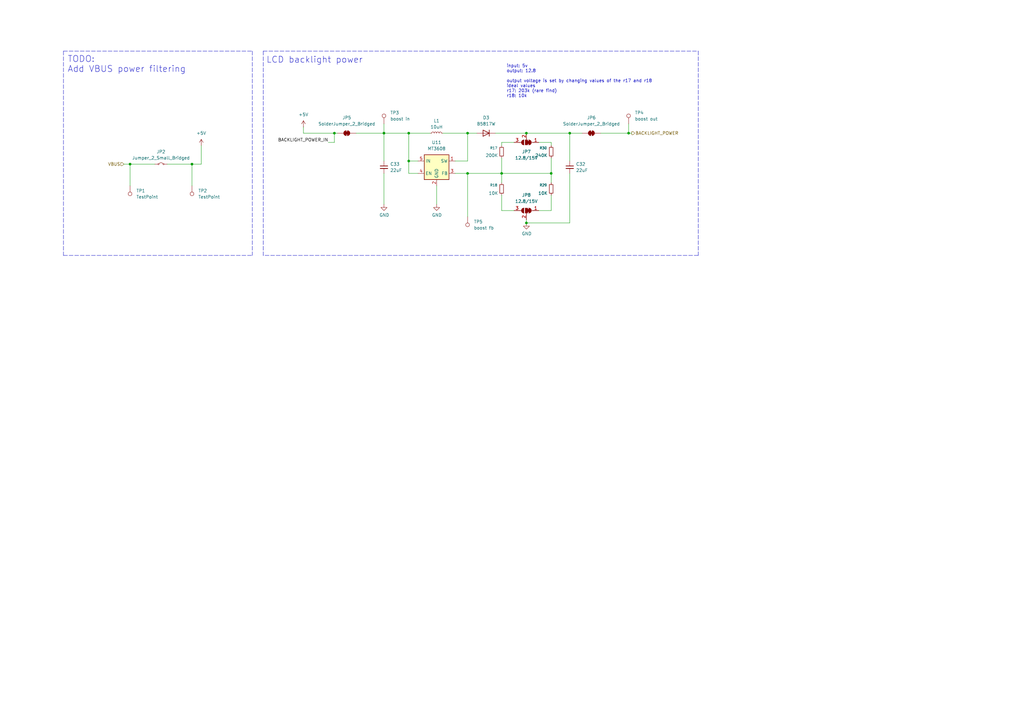
<source format=kicad_sch>
(kicad_sch (version 20250114) (generator "eeschema") (generator_version "9.0")
  (paper "A3")
  (title_block (title "Wall Panel") (date "2026-02-02") (rev "v0.3") (company "dotstar.tech") (comment 1 "designed by Grigorii Merkushev (aka brushknight)") (comment 2 "brushknight.com"))
  (lib_symbols
    (symbol "Connector:TestPoint" (pin_numbers (hide yes)) (pin_names (offset 0.762) (hide yes))
      (property "Reference" "TP" (at 0 6.858 0))
      (property "Value" "TestPoint" (at 0 5.08 0))
      (symbol "TestPoint_0_1"
        (circle (center 0 3.302) (radius 0.762))
      )
      (symbol "TestPoint_1_1"
        (pin passive line (at 0 0 90) (length 2.54) (name "1") (number "1"))
      )
    )
    (symbol "Device:C_Small" (pin_numbers (hide yes)) (pin_names (offset 0.254) (hide yes))
      (property "Reference" "C" (at 0.254 1.778 0))
      (property "Value" "C_Small" (at 0.254 -2.032 0))
      (symbol "C_Small_0_1"
        (polyline (pts (xy -1.524 0.508) (xy 1.524 0.508)) (stroke (width 0.3048)))
        (polyline (pts (xy -1.524 -0.508) (xy 1.524 -0.508)) (stroke (width 0.3302)))
      )
      (symbol "C_Small_1_1"
        (pin passive line (at 0 2.54 270) (length 2.032) (name "~") (number "1"))
        (pin passive line (at 0 -2.54 90) (length 2.032) (name "~") (number "2"))
      )
    )
    (symbol "Device:D" (pin_numbers (hide yes)) (pin_names (offset 1.016) (hide yes))
      (property "Reference" "D" (at 0 2.54 0))
      (property "Value" "D" (at 0 -2.54 0))
      (symbol "D_0_1"
        (polyline (pts (xy -1.27 1.27) (xy -1.27 -1.27)) (stroke (width 0.254)))
        (polyline (pts (xy 1.27 1.27) (xy 1.27 -1.27) (xy -1.27 0) (xy 1.27 1.27)) (stroke (width 0.254)))
        (polyline (pts (xy 1.27 0) (xy -1.27 0)))
      )
      (symbol "D_1_1"
        (pin passive line (at -3.81 0 0) (length 2.54) (name "K") (number "1"))
        (pin passive line (at 3.81 0 180) (length 2.54) (name "A") (number "2"))
      )
    )
    (symbol "Device:L_Small" (pin_numbers (hide yes)) (pin_names (offset 0.254) (hide yes))
      (property "Reference" "L" (at 0.762 1.016 0))
      (property "Value" "L_Small" (at 0.762 -1.016 0))
      (symbol "L_Small_0_1"
        (arc (start 0 2.032) (mid 0.5058 1.524) (end 0 1.016))
        (arc (start 0 1.016) (mid 0.5058 0.508) (end 0 0))
        (arc (start 0 0) (mid 0.5058 -0.508) (end 0 -1.016))
        (arc (start 0 -1.016) (mid 0.5058 -1.524) (end 0 -2.032))
      )
      (symbol "L_Small_1_1"
        (pin passive line (at 0 2.54 270) (length 0.508) (name "~") (number "1"))
        (pin passive line (at 0 -2.54 90) (length 0.508) (name "~") (number "2"))
      )
    )
    (symbol "Device:R_Small" (pin_numbers (hide yes)) (pin_names (offset 0.254) (hide yes))
      (property "Reference" "R" (at 0 0 90))
      (property "Value" "R_Small" (at 1.778 0 90))
      (symbol "R_Small_0_1"
        (rectangle (start -0.762 1.778) (end 0.762 -1.778) (stroke (width 0.2032)))
      )
      (symbol "R_Small_1_1"
        (pin passive line (at 0 2.54 270) (length 0.762) (name "~") (number "1"))
        (pin passive line (at 0 -2.54 90) (length 0.762) (name "~") (number "2"))
      )
    )
    (symbol "Jumper:Jumper_2_Small_Bridged" (pin_numbers (hide yes)) (pin_names (offset 0) (hide yes))
      (property "Reference" "JP" (at 0 2.032 0))
      (property "Value" "Jumper_2_Small_Bridged" (at 0 -2.286 0))
      (symbol "Jumper_2_Small_Bridged_0_0"
        (circle (center -1.016 0) (radius 0.254))
        (circle (center 1.016 0) (radius 0.254))
      )
      (symbol "Jumper_2_Small_Bridged_0_1"
        (arc (start -0.762 0.254) (mid 0 0.5696) (end 0.762 0.254))
      )
      (symbol "Jumper_2_Small_Bridged_1_1"
        (pin passive line (at -2.54 0 0) (length 1.27) (name "A") (number "1"))
        (pin passive line (at 2.54 0 180) (length 1.27) (name "B") (number "2"))
      )
    )
    (symbol "Jumper:SolderJumper_2_Bridged" (pin_numbers (hide yes)) (pin_names (offset 0) (hide yes)) (in_bom no)
      (property "Reference" "JP" (at 0 2.032 0))
      (property "Value" "SolderJumper_2_Bridged" (at 0 -2.54 0))
      (symbol "SolderJumper_2_Bridged_0_1"
        (rectangle (start -0.508 0.508) (end 0.508 -0.508) (fill (type outline)))
        (polyline (pts (xy -0.254 1.016) (xy -0.254 -1.016)))
        (arc (start -0.254 -1.016) (mid -1.2656 0) (end -0.254 1.016))
        (arc (start -0.254 -1.016) (mid -1.2656 0) (end -0.254 1.016) (fill (type outline)))
        (arc (start 0.254 1.016) (mid 1.2656 0) (end 0.254 -1.016))
        (arc (start 0.254 1.016) (mid 1.2656 0) (end 0.254 -1.016) (fill (type outline)))
        (polyline (pts (xy 0.254 1.016) (xy 0.254 -1.016)))
      )
      (symbol "SolderJumper_2_Bridged_1_1"
        (pin passive line (at -3.81 0 0) (length 2.54) (name "A") (number "1"))
        (pin passive line (at 3.81 0 180) (length 2.54) (name "B") (number "2"))
      )
    )
    (symbol "Jumper:SolderJumper_3_Bridged12" (pin_names (offset 0) (hide yes)) (in_bom no)
      (property "Reference" "JP" (at -2.54 -2.54 0))
      (property "Value" "SolderJumper_3_Bridged12" (at 0 2.794 0))
      (symbol "SolderJumper_3_Bridged12_0_1"
        (polyline (pts (xy -2.54 0) (xy -2.032 0)))
        (polyline (pts (xy -1.016 1.016) (xy -1.016 -1.016)))
        (rectangle (start -1.016 0.508) (end -0.508 -0.508) (fill (type outline)))
        (arc (start -1.016 -1.016) (mid -2.0276 0) (end -1.016 1.016))
        (arc (start -1.016 -1.016) (mid -2.0276 0) (end -1.016 1.016) (fill (type outline)))
        (rectangle (start -0.508 1.016) (end 0.508 -1.016) (fill (type outline)))
        (polyline (pts (xy 0 -1.27) (xy 0 -1.016)))
        (arc (start 1.016 1.016) (mid 2.0276 0) (end 1.016 -1.016))
        (arc (start 1.016 1.016) (mid 2.0276 0) (end 1.016 -1.016) (fill (type outline)))
        (polyline (pts (xy 1.016 1.016) (xy 1.016 -1.016)))
        (polyline (pts (xy 2.54 0) (xy 2.032 0)))
      )
      (symbol "SolderJumper_3_Bridged12_1_1"
        (pin passive line (at -5.08 0 0) (length 2.54) (name "A") (number "1"))
        (pin passive line (at 0 -3.81 90) (length 2.54) (name "C") (number "2"))
        (pin passive line (at 5.08 0 180) (length 2.54) (name "B") (number "3"))
      )
    )
    (symbol "Regulator_Switching:MT3608"
      (property "Reference" "U" (at -2.54 8.89 0))
      (property "Value" "MT3608" (at -3.81 6.35 0))
      (symbol "MT3608_0_1"
        (rectangle (start -5.08 5.08) (end 5.08 -5.08) (stroke (width 0.254)) (fill (type background)))
      )
      (symbol "MT3608_1_1"
        (pin power_in line (at -7.62 2.54 0) (length 2.54) (name "IN") (number "5"))
        (pin input line (at -7.62 -2.54 0) (length 2.54) (name "EN") (number "4"))
        (pin power_in line (at 0 -7.62 90) (length 2.54) (name "GND") (number "2"))
        (pin no_connect line (at 5.08 0 180) (length 2.54) (hide yes) (name "NC") (number "6"))
        (pin passive line (at 7.62 2.54 180) (length 2.54) (name "SW") (number "1"))
        (pin input line (at 7.62 -2.54 180) (length 2.54) (name "FB") (number "3"))
      )
    )
    (symbol "power:+5V" (power) (pin_numbers (hide yes)) (pin_names (offset 0) (hide yes))
      (property "Value" "+5V" (at 0 3.556 0))
      (symbol "+5V_0_1"
        (polyline (pts (xy -0.762 1.27) (xy 0 2.54)))
        (polyline (pts (xy 0 2.54) (xy 0.762 1.27)))
        (polyline (pts (xy 0 0) (xy 0 2.54)))
      )
      (symbol "+5V_1_1"
        (pin power_in line (at 0 0 90) (length 0) (name "~") (number "1"))
      )
    )
    (symbol "power:GND" (power) (pin_names (offset 0))
      (property "Value" "GND" (at 0 -3.81 0))
      (symbol "GND_0_1"
        (polyline (pts (xy 0 0) (xy 0 -1.27) (xy 1.27 -1.27) (xy 0 -2.54) (xy -1.27 -1.27) (xy 0 -1.27)))
      )
      (symbol "GND_1_1"
        (pin power_in line (at 0 0 270) (length 0) (hide yes) (name "GND") (number "1"))
      )
    )
  )
  (text "input: 5v\noutput: 12.8\n\noutput voltage is set by changing values of the r17 and r18\nideal values\nr17: 203k (rare find)\nr18: 10k" (at 207.772 26.416 0) (effects (font (size 1.27 1.27)) (justify left top)))
  (text "TODO:\nAdd VBUS power filtering " (at 27.686 22.86 0) (effects (font (size 2.54 2.54)) (justify left top)))
  (text "LCD backlight power" (at 129.032 24.638 0) (effects (font (size 2.54 2.54))))
  (junction (at 226.06 71.12))
  (junction (at 215.9 54.61))
  (junction (at 167.64 66.04))
  (junction (at 78.74 67.31))
  (junction (at 53.34 67.31))
  (junction (at 191.77 71.12))
  (junction (at 215.9 91.44))
  (junction (at 167.64 54.61))
  (junction (at 157.48 54.61))
  (junction (at 257.81 54.61))
  (junction (at 205.74 71.12))
  (junction (at 191.77 54.61))
  (junction (at 137.16 54.61))
  (junction (at 233.68 54.61))
  (wire (pts (xy 233.68 91.44) (xy 215.9 91.44)))
  (wire (pts (xy 157.48 71.12) (xy 157.48 83.82)))
  (wire (pts (xy 191.77 71.12) (xy 205.74 71.12)))
  (wire (pts (xy 233.68 54.61) (xy 238.76 54.61)))
  (wire (pts (xy 124.46 54.61) (xy 137.16 54.61)))
  (wire (pts (xy 78.74 67.31) (xy 68.58 67.31)))
  (wire (pts (xy 226.06 80.01) (xy 226.06 86.36)))
  (wire (pts (xy 179.07 76.2) (xy 179.07 83.82)))
  (wire (pts (xy 137.16 58.42) (xy 137.16 54.61)))
  (wire (pts (xy 226.06 71.12) (xy 226.06 74.93)))
  (wire (pts (xy 210.82 86.36) (xy 205.74 86.36)))
  (wire (pts (xy 53.34 67.31) (xy 53.34 76.2)))
  (wire (pts (xy 157.48 50.8) (xy 157.48 54.61)))
  (wire (pts (xy 53.34 67.31) (xy 63.5 67.31)))
  (wire (pts (xy 205.74 71.12) (xy 205.74 74.93)))
  (wire (pts (xy 215.9 90.17) (xy 215.9 91.44)))
  (wire (pts (xy 157.48 54.61) (xy 167.64 54.61)))
  (wire (pts (xy 146.05 54.61) (xy 157.48 54.61)))
  (polyline (pts (xy 26.035 20.955) (xy 103.505 20.955)) (stroke (width 0) (type dash)))
  (wire (pts (xy 246.38 54.61) (xy 257.81 54.61)))
  (wire (pts (xy 233.68 54.61) (xy 233.68 66.04)))
  (wire (pts (xy 215.9 54.61) (xy 233.68 54.61)))
  (wire (pts (xy 205.74 80.01) (xy 205.74 86.36)))
  (wire (pts (xy 82.55 67.31) (xy 78.74 67.31)))
  (wire (pts (xy 50.8 67.31) (xy 53.34 67.31)))
  (wire (pts (xy 226.06 64.77) (xy 226.06 71.12)))
  (wire (pts (xy 137.16 54.61) (xy 138.43 54.61)))
  (wire (pts (xy 210.82 58.42) (xy 205.74 58.42)))
  (wire (pts (xy 186.69 66.04) (xy 191.77 66.04)))
  (wire (pts (xy 124.46 52.07) (xy 124.46 54.61)))
  (polyline (pts (xy 26.035 104.775) (xy 103.505 104.775)) (stroke (width 0) (type dash)))
  (wire (pts (xy 191.77 66.04) (xy 191.77 54.61)))
  (wire (pts (xy 233.68 71.12) (xy 233.68 91.44)))
  (wire (pts (xy 257.81 50.8) (xy 257.81 54.61)))
  (polyline (pts (xy 286.385 20.955) (xy 286.385 104.775)) (stroke (width 0) (type dash)))
  (wire (pts (xy 134.62 58.42) (xy 137.16 58.42)))
  (wire (pts (xy 205.74 71.12) (xy 226.06 71.12)))
  (wire (pts (xy 220.98 58.42) (xy 226.06 58.42)))
  (wire (pts (xy 181.61 54.61) (xy 191.77 54.61)))
  (wire (pts (xy 171.45 71.12) (xy 167.64 71.12)))
  (wire (pts (xy 82.55 59.69) (xy 82.55 67.31)))
  (polyline (pts (xy 103.505 20.955) (xy 103.505 104.775)) (stroke (width 0) (type dash)))
  (wire (pts (xy 78.74 67.31) (xy 78.74 76.2)))
  (wire (pts (xy 205.74 64.77) (xy 205.74 71.12)))
  (wire (pts (xy 257.81 54.61) (xy 259.08 54.61)))
  (wire (pts (xy 205.74 58.42) (xy 205.74 59.69)))
  (polyline (pts (xy 107.95 20.955) (xy 107.95 104.775)) (stroke (width 0) (type dash)))
  (wire (pts (xy 167.64 54.61) (xy 176.53 54.61)))
  (wire (pts (xy 191.77 54.61) (xy 195.58 54.61)))
  (wire (pts (xy 167.64 66.04) (xy 167.64 54.61)))
  (wire (pts (xy 191.77 71.12) (xy 191.77 88.9)))
  (wire (pts (xy 186.69 71.12) (xy 191.77 71.12)))
  (wire (pts (xy 220.98 86.36) (xy 226.06 86.36)))
  (polyline (pts (xy 107.95 20.955) (xy 286.385 20.955)) (stroke (width 0) (type dash)))
  (wire (pts (xy 203.2 54.61) (xy 215.9 54.61)))
  (wire (pts (xy 171.45 66.04) (xy 167.64 66.04)))
  (wire (pts (xy 226.06 58.42) (xy 226.06 59.69)))
  (polyline (pts (xy 26.035 20.955) (xy 26.035 104.775)) (stroke (width 0) (type dash)))
  (wire (pts (xy 167.64 66.04) (xy 167.64 71.12)))
  (wire (pts (xy 157.48 54.61) (xy 157.48 66.04)))
  (polyline (pts (xy 286.385 104.775) (xy 107.95 104.775)) (stroke (width 0) (type dash)))
  (label "BACKLIGHT_POWER_IN" (at 134.62 58.42 180))
  (hierarchical_label "BACKLIGHT_POWER" (shape output) (at 259.08 54.61 0))
  (hierarchical_label "VBUS" (shape input) (at 50.8 67.31 180))
  (symbol (lib_id "Jumper:Jumper_2_Small_Bridged") (at 66.04 67.31 0) (unit 1)
    (property "Reference" "JP2" (at 66.04 62.23 0))
    (property "Value" "Jumper_2_Small_Bridged" (at 66.04 64.77 0))
    (property "Footprint" "Jumper:SolderJumper-2_P1.3mm_Bridged2Bar_Pad1.0x1.5mm" (effects (hide yes)))
    (property "Description" "Jumper, 2-pole, small symbol, bridged" (effects (hide yes)))
  )
  (symbol (lib_id "Device:C_Small") (at 233.68 68.58 0) (unit 1)
    (property "Reference" "C32" (at 236.22 67.3162 0) (effects (justify left)))
    (property "Value" "22uF" (at 236.22 69.8562 0) (effects (justify left)))
    (property "Footprint" "Capacitor_SMD:C_0805_2012Metric" (effects (hide yes)))
    (property "Description" "Unpolarized capacitor, small symbol" (effects (hide yes)))
    (property "LCSC" "C5674" (effects (hide yes)))
  )
  (symbol (lib_id "power:+5V") (at 124.46 52.07 0) (unit 1)
    (property "Reference" "#PWR063" (effects (hide yes)))
    (property "Value" "+5V" (at 124.46 46.99 0))
    (property "Description" "Power symbol creates a global label with name \"+5V\"" (effects (hide yes)))
  )
  (symbol (lib_id "Device:R_Small") (at 226.06 77.47 180) (unit 1)
    (property "Reference" "R29" (at 221.234 75.946 0) (effects (font (size 1.016 1.016)) (justify right)))
    (property "Value" "10K" (at 220.726 79.248 0) (effects (justify right)))
    (property "Footprint" "Resistor_SMD:R_0402_1005Metric" (effects (hide yes)))
    (property "Description" "Resistor, small symbol" (effects (hide yes)))
    (property "LCSC" "C25744" (effects (hide yes)))
  )
  (symbol (lib_id "Jumper:SolderJumper_3_Bridged12") (at 215.9 86.36 0) (mirror y) (unit 1) (in_bom no)
    (property "Reference" "JP8" (at 215.9 80.01 0))
    (property "Value" "12.8/15V" (at 215.9 82.55 0))
    (property "Footprint" "Jumper:SolderJumper-3_P1.3mm_Bridged12_Pad1.0x1.5mm" (effects (hide yes)))
    (property "Description" "3-pole Solder Jumper, pins 1+2 closed/bridged" (effects (hide yes)))
  )
  (symbol (lib_id "Connector:TestPoint") (at 78.74 76.2 180) (unit 1) (in_bom no)
    (property "Reference" "TP2" (at 81.28 78.2319 0) (effects (justify right)))
    (property "Value" "TestPoint" (at 81.28 80.7719 0) (effects (justify right)))
    (property "Footprint" "TestPoint:TestPoint_Pad_D1.5mm" (effects (hide yes)))
    (property "Description" "test point" (effects (hide yes)))
  )
  (symbol (lib_id "power:GND") (at 157.48 83.82 0) (unit 1)
    (property "Reference" "#PWR057" (effects (hide yes)))
    (property "Value" "GND" (at 157.607 88.2142 0))
  )
  (symbol (lib_id "Connector:TestPoint") (at 53.34 76.2 180) (unit 1) (in_bom no)
    (property "Reference" "TP1" (at 55.88 78.2319 0) (effects (justify right)))
    (property "Value" "TestPoint" (at 55.88 80.7719 0) (effects (justify right)))
    (property "Footprint" "TestPoint:TestPoint_Pad_D1.5mm" (effects (hide yes)))
    (property "Description" "test point" (effects (hide yes)))
  )
  (symbol (lib_id "Device:R_Small") (at 226.06 62.23 180) (unit 1)
    (property "Reference" "R30" (at 221.234 60.706 0) (effects (font (size 1.016 1.016)) (justify right)))
    (property "Value" "240K" (at 219.456 63.754 0) (effects (justify right)))
    (property "Footprint" "Resistor_SMD:R_0402_1005Metric" (effects (hide yes)))
    (property "Description" "Resistor, small symbol" (effects (hide yes)))
    (property "LCSC" "C64043" (effects (hide yes)))
  )
  (symbol (lib_id "Device:R_Small") (at 205.74 62.23 180) (unit 1)
    (property "Reference" "R17" (at 200.914 60.706 0) (effects (font (size 1.016 1.016)) (justify right)))
    (property "Value" "200K" (at 199.136 63.754 0) (effects (justify right)))
    (property "Footprint" "Resistor_SMD:R_0402_1005Metric" (effects (hide yes)))
    (property "Description" "Resistor, small symbol" (effects (hide yes)))
    (property "LCSC" "C25764" (effects (hide yes)))
  )
  (symbol (lib_id "Jumper:SolderJumper_2_Bridged") (at 242.57 54.61 0) (unit 1) (in_bom no)
    (property "Reference" "JP6" (at 242.57 48.26 0))
    (property "Value" "SolderJumper_2_Bridged" (at 242.57 50.8 0))
    (property "Footprint" "Jumper:SolderJumper-2_P1.3mm_Bridged2Bar_Pad1.0x1.5mm" (effects (hide yes)))
    (property "Description" "Solder Jumper, 2-pole, closed/bridged" (effects (hide yes)))
  )
  (symbol (lib_id "Jumper:SolderJumper_2_Bridged") (at 142.24 54.61 0) (unit 1) (in_bom no)
    (property "Reference" "JP5" (at 142.24 48.26 0))
    (property "Value" "SolderJumper_2_Bridged" (at 142.24 50.8 0))
    (property "Footprint" "Jumper:SolderJumper-2_P1.3mm_Bridged2Bar_Pad1.0x1.5mm" (effects (hide yes)))
    (property "Description" "Solder Jumper, 2-pole, closed/bridged" (effects (hide yes)))
  )
  (symbol (lib_id "Device:R_Small") (at 205.74 77.47 180) (unit 1)
    (property "Reference" "R18" (at 200.914 75.946 0) (effects (font (size 1.016 1.016)) (justify right)))
    (property "Value" "10K" (at 200.406 79.248 0) (effects (justify right)))
    (property "Footprint" "Resistor_SMD:R_0402_1005Metric" (effects (hide yes)))
    (property "Description" "Resistor, small symbol" (effects (hide yes)))
    (property "LCSC" "C25744" (effects (hide yes)))
  )
  (symbol (lib_id "Connector:TestPoint") (at 157.48 50.8 0) (unit 1) (in_bom no)
    (property "Reference" "TP3" (at 160.02 46.2279 0) (effects (justify left)))
    (property "Value" "boost in" (at 160.02 48.7679 0) (effects (justify left)))
    (property "Footprint" "TestPoint:TestPoint_Pad_D1.5mm" (effects (hide yes)))
    (property "Description" "test point" (effects (hide yes)))
  )
  (symbol (lib_id "power:GND") (at 179.07 83.82 0) (unit 1)
    (property "Reference" "#PWR056" (effects (hide yes)))
    (property "Value" "GND" (at 179.197 88.2142 0))
  )
  (symbol (lib_id "Device:D") (at 199.39 54.61 180) (unit 1)
    (property "Reference" "D3" (at 199.39 48.26 0))
    (property "Value" "B5817W" (at 199.39 50.8 0))
    (property "Footprint" "Diode_SMD:D_SOD-123" (effects (hide yes)))
    (property "Description" "Diode" (effects (hide yes)))
    (property "Sim.Device" "D" (effects (hide yes)))
    (property "Sim.Pins" "1=K 2=A" (effects (hide yes)))
    (property "LCSC" "C7420328" (effects (hide yes)))
    (property "FT Rotation Offset" "180" (effects (hide yes)))
  )
  (symbol (lib_id "Regulator_Switching:MT3608") (at 179.07 68.58 0) (unit 1)
    (property "Reference" "U11" (at 179.07 58.42 0))
    (property "Value" "MT3608" (at 179.07 60.96 0))
    (property "Footprint" "Package_TO_SOT_SMD:SOT-23-6" (effects (hide yes)))
    (property "Datasheet" "https://www.olimex.com/Products/Breadboarding/BB-PWR-3608/resources/MT3608.pdf" (effects (hide yes)))
    (property "Description" "High Efficiency 1.2MHz 2A Step Up Converter, 2-24V Vin, 28V Vout, 4A current limit, 1.2MHz, SOT23-6" (effects (hide yes)))
    (property "FT Rotation Offset" "90" (effects (hide yes)))
    (property "LCSC" "C84817" (effects (hide yes)))
  )
  (symbol (lib_id "power:GND") (at 215.9 91.44 0) (unit 1)
    (property "Reference" "#PWR060" (effects (hide yes)))
    (property "Value" "GND" (at 216.027 95.8342 0))
  )
  (symbol (lib_id "Device:C_Small") (at 157.48 68.58 0) (unit 1)
    (property "Reference" "C33" (at 160.02 67.3162 0) (effects (justify left)))
    (property "Value" "22uF" (at 160.02 69.8562 0) (effects (justify left)))
    (property "Footprint" "Capacitor_SMD:C_0805_2012Metric" (effects (hide yes)))
    (property "Description" "Unpolarized capacitor, small symbol" (effects (hide yes)))
    (property "LCSC" "C5674" (effects (hide yes)))
  )
  (symbol (lib_id "Device:L_Small") (at 179.07 54.61 90) (unit 1)
    (property "Reference" "L1" (at 179.07 49.53 90))
    (property "Value" "10uH" (at 179.07 52.07 90))
    (property "Footprint" "Inductor_SMD:L_Taiyo-Yuden_NR-40xx" (effects (hide yes)))
    (property "Description" "Inductor, small symbol" (effects (hide yes)))
    (property "LCSC" "C520273" (effects (hide yes)))
  )
  (symbol (lib_id "power:+5V") (at 82.55 59.69 0) (unit 1)
    (property "Reference" "#PWR049" (effects (hide yes)))
    (property "Value" "+5V" (at 82.55 54.61 0))
    (property "Description" "Power symbol creates a global label with name \"+5V\"" (effects (hide yes)))
  )
  (symbol (lib_id "Jumper:SolderJumper_3_Bridged12") (at 215.9 58.42 180) (unit 1) (in_bom no)
    (property "Reference" "JP7" (at 215.9 62.23 0))
    (property "Value" "12.8/15V" (at 215.9 64.77 0))
    (property "Footprint" "Jumper:SolderJumper-3_P1.3mm_Bridged12_Pad1.0x1.5mm" (effects (hide yes)))
    (property "Description" "3-pole Solder Jumper, pins 1+2 closed/bridged" (effects (hide yes)))
  )
  (symbol (lib_id "Connector:TestPoint") (at 257.81 50.8 0) (unit 1) (in_bom no)
    (property "Reference" "TP4" (at 260.35 46.2279 0) (effects (justify left)))
    (property "Value" "boost out" (at 260.35 48.7679 0) (effects (justify left)))
    (property "Footprint" "TestPoint:TestPoint_Pad_D1.5mm" (effects (hide yes)))
    (property "Description" "test point" (effects (hide yes)))
  )
  (symbol (lib_id "Connector:TestPoint") (at 191.77 88.9 180) (unit 1) (in_bom no)
    (property "Reference" "TP5" (at 194.31 90.9319 0) (effects (justify right)))
    (property "Value" "boost fb" (at 194.31 93.4719 0) (effects (justify right)))
    (property "Footprint" "TestPoint:TestPoint_Pad_D1.5mm" (effects (hide yes)))
    (property "Description" "test point" (effects (hide yes)))
  )
)
</source>
